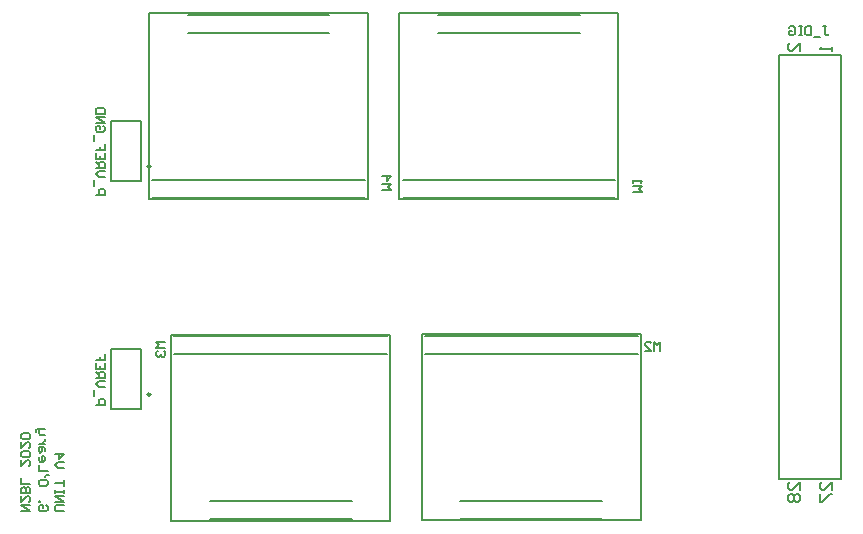
<source format=gbo>
G04*
G04 #@! TF.GenerationSoftware,Altium Limited,Altium Designer,20.0.14 (345)*
G04*
G04 Layer_Color=32896*
%FSLAX43Y43*%
%MOMM*%
G71*
G01*
G75*
%ADD57C,0.200*%
%ADD58C,0.152*%
%ADD59C,0.127*%
%ADD60C,0.250*%
D57*
X97491Y28899D02*
X115492D01*
X97491Y27349D02*
X115492D01*
X100497Y42848D02*
X112497D01*
X100497Y41298D02*
X112497D01*
X123588Y1731D02*
X135588D01*
X123588Y181D02*
X135588D01*
X120593Y15680D02*
X138594D01*
X120593Y14130D02*
X138594D01*
X118700Y28899D02*
X136701D01*
X118700Y27349D02*
X136701D01*
X121706Y42848D02*
X133706D01*
X121706Y41298D02*
X133706D01*
X102379Y1721D02*
X114379D01*
X102379Y171D02*
X114379D01*
X99384Y15670D02*
X117385D01*
X99384Y14120D02*
X117385D01*
X94039Y33828D02*
X96579D01*
X94039Y28748D02*
Y33828D01*
Y28748D02*
X96579D01*
Y33828D01*
X94039Y14524D02*
X96579D01*
X94039Y9444D02*
Y14524D01*
Y9444D02*
X96579D01*
Y14524D01*
X150606Y3579D02*
X155836D01*
X150606D02*
Y39439D01*
X155836Y3579D02*
Y39439D01*
X150606D02*
X155836D01*
D58*
X152321Y2592D02*
Y3269D01*
X151644Y2592D01*
X151475D01*
X151306Y2762D01*
Y3100D01*
X151475Y3269D01*
Y2254D02*
X151306Y2084D01*
Y1746D01*
X151475Y1577D01*
X151644D01*
X151814Y1746D01*
X151983Y1577D01*
X152152D01*
X152321Y1746D01*
Y2084D01*
X152152Y2254D01*
X151983D01*
X151814Y2084D01*
X151644Y2254D01*
X151475D01*
X151814Y2084D02*
Y1746D01*
X155021Y2592D02*
Y3269D01*
X154344Y2592D01*
X154175D01*
X154006Y2762D01*
Y3100D01*
X154175Y3269D01*
X154006Y2254D02*
Y1577D01*
X154175D01*
X154852Y2254D01*
X155021D01*
X152321Y39772D02*
Y40449D01*
X151644Y39772D01*
X151475D01*
X151306Y39942D01*
Y40280D01*
X151475Y40449D01*
X155021Y40149D02*
Y39811D01*
Y39980D01*
X154006D01*
X154175Y40149D01*
D59*
X97216Y42983D02*
X115758D01*
X97216Y27235D02*
Y42983D01*
Y27235D02*
X115758D01*
Y42983D01*
X120327Y46D02*
Y15794D01*
X138869D01*
Y46D02*
Y15794D01*
X120327Y46D02*
X138869D01*
X118425Y42983D02*
X136967D01*
X118425Y27235D02*
Y42983D01*
Y27235D02*
X136967D01*
Y42983D01*
X99118Y36D02*
Y15784D01*
X117660D01*
Y36D02*
Y15784D01*
X99118Y36D02*
X117660D01*
X90000Y808D02*
X89365D01*
X89238Y935D01*
Y1189D01*
X89365Y1316D01*
X90000D01*
X89238Y1570D02*
X90000D01*
X89238Y2078D01*
X90000D01*
Y2332D02*
Y2586D01*
Y2459D01*
X89238D01*
Y2332D01*
Y2586D01*
X90000Y2967D02*
Y3474D01*
Y3221D01*
X89238D01*
X90000Y4490D02*
X89492D01*
X89238Y4744D01*
X89492Y4998D01*
X90000D01*
X89238Y5633D02*
X90000D01*
X89619Y5252D01*
Y5760D01*
X88527Y1316D02*
X88654Y1189D01*
Y935D01*
X88527Y808D01*
X88019D01*
X87892Y935D01*
Y1189D01*
X88019Y1316D01*
X88273D01*
Y1062D01*
X87892Y1570D02*
X88019D01*
Y1697D01*
X87892D01*
Y1570D01*
X88654Y3348D02*
Y3094D01*
X88527Y2967D01*
X88019D01*
X87892Y3094D01*
Y3348D01*
X88019Y3474D01*
X88527D01*
X88654Y3348D01*
X88781Y3855D02*
X88527D01*
X88400Y3728D01*
X88654Y4236D02*
X87892D01*
Y4744D01*
Y5379D02*
Y5125D01*
X88019Y4998D01*
X88273D01*
X88400Y5125D01*
Y5379D01*
X88273Y5506D01*
X88146D01*
Y4998D01*
X88400Y5887D02*
Y6141D01*
X88273Y6268D01*
X87892D01*
Y5887D01*
X88019Y5760D01*
X88146Y5887D01*
Y6268D01*
X88400Y6522D02*
X87892D01*
X88146D01*
X88273Y6648D01*
X88400Y6775D01*
Y6902D01*
Y7283D02*
X88019D01*
X87892Y7410D01*
Y7791D01*
X87765D01*
X87638Y7664D01*
Y7537D01*
X87892Y7791D02*
X88400D01*
X86419Y808D02*
X87181D01*
X86419Y1316D01*
X87181D01*
X86419Y2078D02*
Y1570D01*
X86927Y2078D01*
X87054D01*
X87181Y1951D01*
Y1697D01*
X87054Y1570D01*
X87181Y2332D02*
X86419D01*
Y2713D01*
X86546Y2840D01*
X86673D01*
X86800Y2713D01*
Y2332D01*
Y2713D01*
X86927Y2840D01*
X87054D01*
X87181Y2713D01*
Y2332D01*
Y3094D02*
X86419D01*
Y3601D01*
Y5125D02*
Y4617D01*
X86927Y5125D01*
X87054D01*
X87181Y4998D01*
Y4744D01*
X87054Y4617D01*
Y5379D02*
X87181Y5506D01*
Y5760D01*
X87054Y5887D01*
X86546D01*
X86419Y5760D01*
Y5506D01*
X86546Y5379D01*
X87054D01*
X86419Y6648D02*
Y6141D01*
X86927Y6648D01*
X87054D01*
X87181Y6522D01*
Y6268D01*
X87054Y6141D01*
Y6902D02*
X87181Y7029D01*
Y7283D01*
X87054Y7410D01*
X86546D01*
X86419Y7283D01*
Y7029D01*
X86546Y6902D01*
X87054D01*
X98611Y15159D02*
X97849D01*
X98103Y14905D01*
X97849Y14651D01*
X98611D01*
X97976Y14397D02*
X97849Y14270D01*
Y14017D01*
X97976Y13890D01*
X98103D01*
X98230Y14017D01*
Y14143D01*
Y14017D01*
X98357Y13890D01*
X98484D01*
X98611Y14017D01*
Y14270D01*
X98484Y14397D01*
X138235Y27860D02*
X138997D01*
X138743Y28113D01*
X138997Y28367D01*
X138235D01*
Y28621D02*
Y28875D01*
Y28748D01*
X138997D01*
X138870Y28621D01*
X92706Y9826D02*
X93468D01*
Y10207D01*
X93341Y10334D01*
X93087D01*
X92960Y10207D01*
Y9826D01*
X92579Y10588D02*
Y11096D01*
X93468Y11350D02*
X92960D01*
X92706Y11603D01*
X92960Y11857D01*
X93468D01*
X92706Y12111D02*
X93468D01*
Y12492D01*
X93341Y12619D01*
X93087D01*
X92960Y12492D01*
Y12111D01*
Y12365D02*
X92706Y12619D01*
X93468Y13381D02*
Y12873D01*
X92706D01*
Y13381D01*
X93087Y12873D02*
Y13127D01*
X93468Y14143D02*
Y13635D01*
X93087D01*
Y13889D01*
Y13635D01*
X92706D01*
X92706Y27607D02*
X93468D01*
Y27987D01*
X93341Y28114D01*
X93087D01*
X92960Y27987D01*
Y27607D01*
X92579Y28368D02*
Y28876D01*
X93468Y29130D02*
X92960D01*
X92706Y29384D01*
X92960Y29638D01*
X93468D01*
X92706Y29892D02*
X93468D01*
Y30273D01*
X93341Y30400D01*
X93087D01*
X92960Y30273D01*
Y29892D01*
Y30146D02*
X92706Y30400D01*
X93468Y31161D02*
Y30654D01*
X92706D01*
Y31161D01*
X93087Y30654D02*
Y30907D01*
X93468Y31923D02*
Y31415D01*
X93087D01*
Y31669D01*
Y31415D01*
X92706D01*
X92579Y32177D02*
Y32685D01*
X93341Y33447D02*
X93468Y33320D01*
Y33066D01*
X93341Y32939D01*
X92833D01*
X92706Y33066D01*
Y33320D01*
X92833Y33447D01*
X93087D01*
Y33193D01*
X92706Y33701D02*
X93468D01*
X92706Y34208D01*
X93468D01*
Y34462D02*
X92706D01*
Y34843D01*
X92833Y34970D01*
X93341D01*
X93468Y34843D01*
Y34462D01*
X140521Y14397D02*
Y15159D01*
X140267Y14905D01*
X140013Y15159D01*
Y14397D01*
X139252D02*
X139759D01*
X139252Y14905D01*
Y15032D01*
X139379Y15159D01*
X139632D01*
X139759Y15032D01*
X116963Y28050D02*
X117725D01*
X117471Y28304D01*
X117725Y28557D01*
X116963D01*
Y29192D02*
X117725D01*
X117344Y28811D01*
Y29319D01*
X154300Y41893D02*
X154554D01*
X154427D01*
Y41258D01*
X154554Y41131D01*
X154681D01*
X154808Y41258D01*
X154047Y41004D02*
X153539D01*
X153285Y41893D02*
Y41131D01*
X152904D01*
X152777Y41258D01*
Y41766D01*
X152904Y41893D01*
X153285D01*
X152523D02*
X152269D01*
X152396D01*
Y41131D01*
X152523D01*
X152269D01*
X151380Y41766D02*
X151507Y41893D01*
X151761D01*
X151888Y41766D01*
Y41258D01*
X151761Y41131D01*
X151507D01*
X151380Y41258D01*
Y41512D01*
X151634D01*
D60*
X97354Y30018D02*
G03*
X97354Y30018I-125J0D01*
G01*
Y10714D02*
G03*
X97354Y10714I-125J0D01*
G01*
M02*

</source>
